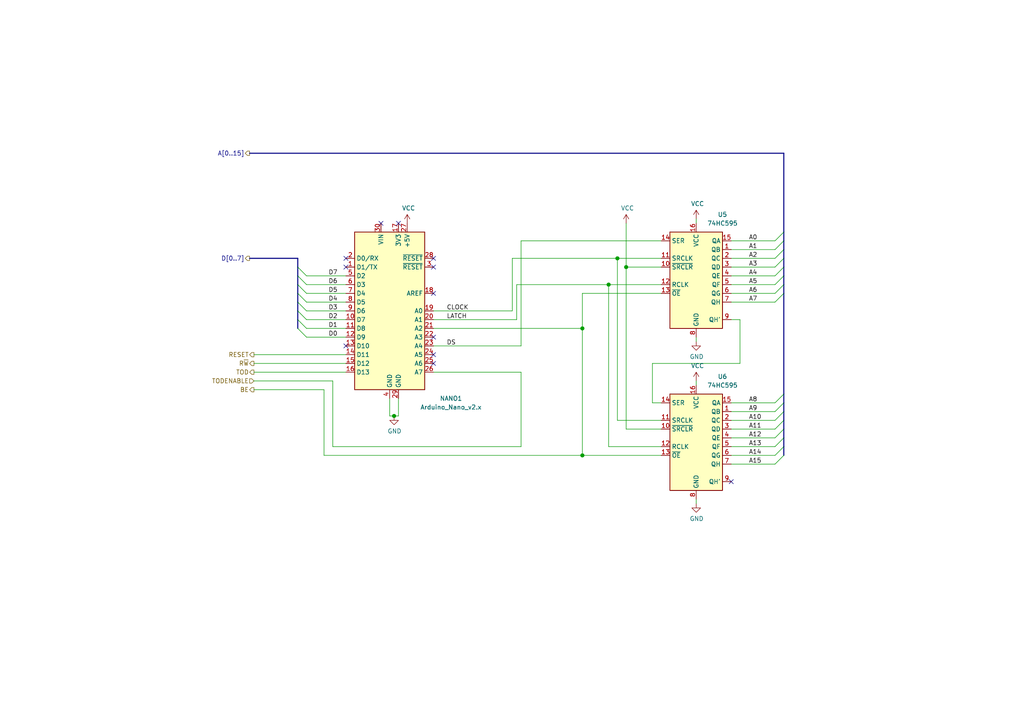
<source format=kicad_sch>
(kicad_sch (version 20211123) (generator eeschema)
  (paper "A4")
  (title_block (title "SBC6526 - RAM Bootstrap") (date "2021-10-01") (rev "2.0") (company "Daniel Molina García"))
  (lib_symbols
    (symbol "74xx:74HC595"
      (property "Reference" "U" (at -7.62 13.97 0))
      (property "Value" "74HC595" (at -7.62 -16.51 0))
      (symbol "74HC595_1_0"
        (pin tri_state line (at 10.16 7.62 180) (length 2.54) (name "QB") (number "1"))
        (pin input line (at -10.16 2.54 0) (length 2.54) (name "~{SRCLR}") (number "10"))
        (pin input line (at -10.16 5.08 0) (length 2.54) (name "SRCLK") (number "11"))
        (pin input line (at -10.16 -2.54 0) (length 2.54) (name "RCLK") (number "12"))
        (pin input line (at -10.16 -5.08 0) (length 2.54) (name "~{OE}") (number "13"))
        (pin input line (at -10.16 10.16 0) (length 2.54) (name "SER") (number "14"))
        (pin tri_state line (at 10.16 10.16 180) (length 2.54) (name "QA") (number "15"))
        (pin power_in line (at 0 15.24 270) (length 2.54) (name "VCC") (number "16"))
        (pin tri_state line (at 10.16 5.08 180) (length 2.54) (name "QC") (number "2"))
        (pin tri_state line (at 10.16 2.54 180) (length 2.54) (name "QD") (number "3"))
        (pin tri_state line (at 10.16 0 180) (length 2.54) (name "QE") (number "4"))
        (pin tri_state line (at 10.16 -2.54 180) (length 2.54) (name "QF") (number "5"))
        (pin tri_state line (at 10.16 -5.08 180) (length 2.54) (name "QG") (number "6"))
        (pin tri_state line (at 10.16 -7.62 180) (length 2.54) (name "QH") (number "7"))
        (pin power_in line (at 0 -17.78 90) (length 2.54) (name "GND") (number "8"))
        (pin output line (at 10.16 -12.7 180) (length 2.54) (name "QH'") (number "9"))
      )
      (symbol "74HC595_1_1"
        (rectangle (start -7.62 12.7) (end 7.62 -15.24) (stroke (width 0.254)) (fill (type background)))
      )
    )
    (symbol "MCU_Module:Arduino_Nano_v2.x"
      (property "Reference" "A" (at -10.16 23.495 0))
      (property "Value" "Arduino_Nano_v2.x" (at 5.08 -24.13 0))
      (symbol "Arduino_Nano_v2.x_0_1"
        (rectangle (start -10.16 22.86) (end 10.16 -22.86) (stroke (width 0.254)) (fill (type background)))
      )
      (symbol "Arduino_Nano_v2.x_1_1"
        (pin bidirectional line (at -12.7 12.7 0) (length 2.54) (name "D1/TX") (number "1"))
        (pin bidirectional line (at -12.7 -2.54 0) (length 2.54) (name "D7") (number "10"))
        (pin bidirectional line (at -12.7 -5.08 0) (length 2.54) (name "D8") (number "11"))
        (pin bidirectional line (at -12.7 -7.62 0) (length 2.54) (name "D9") (number "12"))
        (pin bidirectional line (at -12.7 -10.16 0) (length 2.54) (name "D10") (number "13"))
        (pin bidirectional line (at -12.7 -12.7 0) (length 2.54) (name "D11") (number "14"))
        (pin bidirectional line (at -12.7 -15.24 0) (length 2.54) (name "D12") (number "15"))
        (pin bidirectional line (at -12.7 -17.78 0) (length 2.54) (name "D13") (number "16"))
        (pin power_out line (at 2.54 25.4 270) (length 2.54) (name "3V3") (number "17"))
        (pin input line (at 12.7 5.08 180) (length 2.54) (name "AREF") (number "18"))
        (pin bidirectional line (at 12.7 0 180) (length 2.54) (name "A0") (number "19"))
        (pin bidirectional line (at -12.7 15.24 0) (length 2.54) (name "D0/RX") (number "2"))
        (pin bidirectional line (at 12.7 -2.54 180) (length 2.54) (name "A1") (number "20"))
        (pin bidirectional line (at 12.7 -5.08 180) (length 2.54) (name "A2") (number "21"))
        (pin bidirectional line (at 12.7 -7.62 180) (length 2.54) (name "A3") (number "22"))
        (pin bidirectional line (at 12.7 -10.16 180) (length 2.54) (name "A4") (number "23"))
        (pin bidirectional line (at 12.7 -12.7 180) (length 2.54) (name "A5") (number "24"))
        (pin bidirectional line (at 12.7 -15.24 180) (length 2.54) (name "A6") (number "25"))
        (pin bidirectional line (at 12.7 -17.78 180) (length 2.54) (name "A7") (number "26"))
        (pin power_out line (at 5.08 25.4 270) (length 2.54) (name "+5V") (number "27"))
        (pin input line (at 12.7 15.24 180) (length 2.54) (name "~{RESET}") (number "28"))
        (pin power_in line (at 2.54 -25.4 90) (length 2.54) (name "GND") (number "29"))
        (pin input line (at 12.7 12.7 180) (length 2.54) (name "~{RESET}") (number "3"))
        (pin power_in line (at -2.54 25.4 270) (length 2.54) (name "VIN") (number "30"))
        (pin power_in line (at 0 -25.4 90) (length 2.54) (name "GND") (number "4"))
        (pin bidirectional line (at -12.7 10.16 0) (length 2.54) (name "D2") (number "5"))
        (pin bidirectional line (at -12.7 7.62 0) (length 2.54) (name "D3") (number "6"))
        (pin bidirectional line (at -12.7 5.08 0) (length 2.54) (name "D4") (number "7"))
        (pin bidirectional line (at -12.7 2.54 0) (length 2.54) (name "D5") (number "8"))
        (pin bidirectional line (at -12.7 0 0) (length 2.54) (name "D6") (number "9"))
      )
    )
    (symbol "power:GND" (power) (pin_names (offset 0))
      (property "Value" "GND" (at 0 -3.81 0))
      (symbol "GND_0_1"
        (polyline (pts (xy 0 0) (xy 0 -1.27) (xy 1.27 -1.27) (xy 0 -2.54) (xy -1.27 -1.27) (xy 0 -1.27)))
      )
      (symbol "GND_1_1"
        (pin power_in line (at 0 0 270) (length 0) hide (name "GND") (number "1"))
      )
    )
    (symbol "power:VCC" (power) (pin_names (offset 0))
      (property "Value" "VCC" (at 0 3.81 0))
      (symbol "VCC_0_1"
        (polyline (pts (xy -0.762 1.27) (xy 0 2.54)))
        (polyline (pts (xy 0 0) (xy 0 2.54)))
        (polyline (pts (xy 0 2.54) (xy 0.762 1.27)))
      )
      (symbol "VCC_1_1"
        (pin power_in line (at 0 0 90) (length 0) hide (name "VCC") (number "1"))
      )
    )
  )
  (junction (at 168.91 95.25) (diameter 1.016))
  (junction (at 176.53 82.55) (diameter 1.016))
  (junction (at 114.3 120.65) (diameter 1.016))
  (junction (at 168.91 132.08) (diameter 1.016))
  (junction (at 181.61 77.47) (diameter 1.016))
  (junction (at 179.07 74.93) (diameter 1.016))
  (no_connect (at 212.09 139.7))
  (no_connect (at 125.73 74.93))
  (no_connect (at 125.73 77.47))
  (no_connect (at 125.73 85.09))
  (no_connect (at 125.73 102.87))
  (no_connect (at 100.33 100.33))
  (no_connect (at 115.57 64.77))
  (no_connect (at 125.73 97.79))
  (no_connect (at 125.73 105.41))
  (no_connect (at 100.33 74.93))
  (no_connect (at 110.49 64.77))
  (no_connect (at 100.33 77.47))
  (bus_entry (at 224.79 85.09) (size 2.54 -2.54) (stroke (width 0.1524)))
  (bus_entry (at 224.79 134.62) (size 2.54 -2.54) (stroke (width 0.1524)))
  (bus_entry (at 88.9 87.63) (size -2.54 -2.54) (stroke (width 0.1524)))
  (bus_entry (at 224.79 132.08) (size 2.54 -2.54) (stroke (width 0.1524)))
  (bus_entry (at 224.79 116.84) (size 2.54 -2.54) (stroke (width 0.1524)))
  (bus_entry (at 224.79 82.55) (size 2.54 -2.54) (stroke (width 0.1524)))
  (bus_entry (at 88.9 82.55) (size -2.54 -2.54) (stroke (width 0.1524)))
  (bus_entry (at 224.79 121.92) (size 2.54 -2.54) (stroke (width 0.1524)))
  (bus_entry (at 224.79 80.01) (size 2.54 -2.54) (stroke (width 0.1524)))
  (bus_entry (at 88.9 90.17) (size -2.54 -2.54) (stroke (width 0.1524)))
  (bus_entry (at 88.9 95.25) (size -2.54 -2.54) (stroke (width 0.1524)))
  (bus_entry (at 224.79 129.54) (size 2.54 -2.54) (stroke (width 0.1524)))
  (bus_entry (at 224.79 77.47) (size 2.54 -2.54) (stroke (width 0.1524)))
  (bus_entry (at 88.9 85.09) (size -2.54 -2.54) (stroke (width 0.1524)))
  (bus_entry (at 224.79 127) (size 2.54 -2.54) (stroke (width 0.1524)))
  (bus_entry (at 224.79 124.46) (size 2.54 -2.54) (stroke (width 0.1524)))
  (bus_entry (at 88.9 80.01) (size -2.54 -2.54) (stroke (width 0.1524)))
  (bus_entry (at 224.79 69.85) (size 2.54 -2.54) (stroke (width 0.1524)))
  (bus_entry (at 224.79 74.93) (size 2.54 -2.54) (stroke (width 0.1524)))
  (bus_entry (at 224.79 87.63) (size 2.54 -2.54) (stroke (width 0.1524)))
  (bus_entry (at 88.9 97.79) (size -2.54 -2.54) (stroke (width 0.1524)))
  (bus_entry (at 224.79 119.38) (size 2.54 -2.54) (stroke (width 0.1524)))
  (bus_entry (at 224.79 72.39) (size 2.54 -2.54) (stroke (width 0.1524)))
  (bus_entry (at 88.9 92.71) (size -2.54 -2.54) (stroke (width 0.1524)))
  (wire (pts (xy 148.59 74.93) (xy 179.07 74.93)))
  (wire (pts (xy 168.91 85.09) (xy 168.91 95.25)))
  (wire (pts (xy 212.09 124.46) (xy 224.79 124.46)))
  (bus (pts (xy 227.33 85.09) (xy 227.33 114.3)))
  (wire (pts (xy 201.93 97.79) (xy 201.93 99.06)))
  (wire (pts (xy 96.52 110.49) (xy 96.52 129.54)))
  (wire (pts (xy 212.09 85.09) (xy 224.79 85.09)))
  (wire (pts (xy 189.23 116.84) (xy 191.77 116.84)))
  (bus (pts (xy 227.33 124.46) (xy 227.33 127)))
  (bus (pts (xy 72.39 74.93) (xy 86.36 74.93)))
  (wire (pts (xy 151.13 129.54) (xy 151.13 107.95)))
  (wire (pts (xy 212.09 74.93) (xy 224.79 74.93)))
  (wire (pts (xy 113.03 115.57) (xy 113.03 120.65)))
  (wire (pts (xy 96.52 129.54) (xy 151.13 129.54)))
  (wire (pts (xy 73.66 110.49) (xy 96.52 110.49)))
  (bus (pts (xy 86.36 74.93) (xy 86.36 77.47)))
  (wire (pts (xy 148.59 90.17) (xy 148.59 74.93)))
  (wire (pts (xy 212.09 116.84) (xy 224.79 116.84)))
  (wire (pts (xy 181.61 64.77) (xy 181.61 77.47)))
  (wire (pts (xy 100.33 85.09) (xy 88.9 85.09)))
  (bus (pts (xy 72.39 44.45) (xy 227.33 44.45)))
  (wire (pts (xy 179.07 121.92) (xy 191.77 121.92)))
  (wire (pts (xy 212.09 87.63) (xy 224.79 87.63)))
  (wire (pts (xy 93.98 132.08) (xy 93.98 113.03)))
  (wire (pts (xy 201.93 64.77) (xy 201.93 63.5)))
  (bus (pts (xy 86.36 87.63) (xy 86.36 90.17)))
  (wire (pts (xy 100.33 107.95) (xy 73.66 107.95)))
  (wire (pts (xy 125.73 100.33) (xy 151.13 100.33)))
  (wire (pts (xy 125.73 90.17) (xy 148.59 90.17)))
  (wire (pts (xy 212.09 92.71) (xy 214.63 92.71)))
  (wire (pts (xy 149.86 92.71) (xy 149.86 82.55)))
  (bus (pts (xy 86.36 90.17) (xy 86.36 92.71)))
  (bus (pts (xy 227.33 82.55) (xy 227.33 85.09)))
  (wire (pts (xy 181.61 77.47) (xy 191.77 77.47)))
  (bus (pts (xy 227.33 114.3) (xy 227.33 116.84)))
  (wire (pts (xy 212.09 132.08) (xy 224.79 132.08)))
  (wire (pts (xy 212.09 119.38) (xy 224.79 119.38)))
  (bus (pts (xy 227.33 129.54) (xy 227.33 132.08)))
  (wire (pts (xy 151.13 100.33) (xy 151.13 69.85)))
  (bus (pts (xy 227.33 77.47) (xy 227.33 80.01)))
  (wire (pts (xy 212.09 69.85) (xy 224.79 69.85)))
  (wire (pts (xy 100.33 95.25) (xy 88.9 95.25)))
  (wire (pts (xy 181.61 124.46) (xy 191.77 124.46)))
  (wire (pts (xy 114.3 120.65) (xy 115.57 120.65)))
  (bus (pts (xy 227.33 121.92) (xy 227.33 124.46)))
  (wire (pts (xy 149.86 82.55) (xy 176.53 82.55)))
  (wire (pts (xy 179.07 74.93) (xy 179.07 121.92)))
  (wire (pts (xy 212.09 82.55) (xy 224.79 82.55)))
  (wire (pts (xy 100.33 105.41) (xy 73.66 105.41)))
  (wire (pts (xy 212.09 77.47) (xy 224.79 77.47)))
  (bus (pts (xy 86.36 77.47) (xy 86.36 80.01)))
  (wire (pts (xy 176.53 129.54) (xy 191.77 129.54)))
  (wire (pts (xy 212.09 127) (xy 224.79 127)))
  (bus (pts (xy 227.33 67.31) (xy 227.33 69.85)))
  (wire (pts (xy 201.93 144.78) (xy 201.93 146.05)))
  (wire (pts (xy 125.73 95.25) (xy 168.91 95.25)))
  (wire (pts (xy 176.53 82.55) (xy 176.53 129.54)))
  (bus (pts (xy 227.33 69.85) (xy 227.33 72.39)))
  (wire (pts (xy 176.53 82.55) (xy 191.77 82.55)))
  (bus (pts (xy 227.33 72.39) (xy 227.33 74.93)))
  (wire (pts (xy 181.61 77.47) (xy 181.61 124.46)))
  (wire (pts (xy 100.33 82.55) (xy 88.9 82.55)))
  (bus (pts (xy 86.36 92.71) (xy 86.36 95.25)))
  (wire (pts (xy 151.13 69.85) (xy 191.77 69.85)))
  (bus (pts (xy 227.33 127) (xy 227.33 129.54)))
  (wire (pts (xy 100.33 97.79) (xy 88.9 97.79)))
  (wire (pts (xy 168.91 132.08) (xy 191.77 132.08)))
  (wire (pts (xy 201.93 111.76) (xy 201.93 110.49)))
  (wire (pts (xy 179.07 74.93) (xy 191.77 74.93)))
  (wire (pts (xy 212.09 129.54) (xy 224.79 129.54)))
  (bus (pts (xy 86.36 85.09) (xy 86.36 87.63)))
  (wire (pts (xy 100.33 87.63) (xy 88.9 87.63)))
  (bus (pts (xy 227.33 44.45) (xy 227.33 67.31)))
  (wire (pts (xy 212.09 121.92) (xy 224.79 121.92)))
  (wire (pts (xy 93.98 113.03) (xy 73.66 113.03)))
  (bus (pts (xy 86.36 80.01) (xy 86.36 82.55)))
  (wire (pts (xy 189.23 105.41) (xy 189.23 116.84)))
  (wire (pts (xy 212.09 80.01) (xy 224.79 80.01)))
  (wire (pts (xy 115.57 120.65) (xy 115.57 115.57)))
  (wire (pts (xy 168.91 95.25) (xy 168.91 132.08)))
  (wire (pts (xy 100.33 90.17) (xy 88.9 90.17)))
  (wire (pts (xy 212.09 72.39) (xy 224.79 72.39)))
  (bus (pts (xy 227.33 116.84) (xy 227.33 119.38)))
  (wire (pts (xy 212.09 134.62) (xy 224.79 134.62)))
  (bus (pts (xy 227.33 119.38) (xy 227.33 121.92)))
  (wire (pts (xy 125.73 107.95) (xy 151.13 107.95)))
  (wire (pts (xy 125.73 92.71) (xy 149.86 92.71)))
  (bus (pts (xy 227.33 74.93) (xy 227.33 77.47)))
  (wire (pts (xy 214.63 92.71) (xy 214.63 105.41)))
  (wire (pts (xy 113.03 120.65) (xy 114.3 120.65)))
  (bus (pts (xy 227.33 80.01) (xy 227.33 82.55)))
  (wire (pts (xy 100.33 102.87) (xy 73.66 102.87)))
  (wire (pts (xy 168.91 85.09) (xy 191.77 85.09)))
  (wire (pts (xy 100.33 92.71) (xy 88.9 92.71)))
  (wire (pts (xy 168.91 132.08) (xy 93.98 132.08)))
  (bus (pts (xy 86.36 82.55) (xy 86.36 85.09)))
  (wire (pts (xy 214.63 105.41) (xy 189.23 105.41)))
  (wire (pts (xy 100.33 80.01) (xy 88.9 80.01)))
  (label "A2" (at 217.17 74.93 0))
  (label "A8" (at 217.17 116.84 0))
  (label "A5" (at 217.17 82.55 0))
  (label "D2" (at 95.25 92.71 0))
  (label "DS" (at 129.54 100.33 0))
  (label "CLOCK" (at 129.54 90.17 0))
  (label "LATCH" (at 129.54 92.71 0))
  (label "A12" (at 217.17 127 0))
  (label "A6" (at 217.17 85.09 0))
  (label "D5" (at 95.25 85.09 0))
  (label "A15" (at 217.17 134.62 0))
  (label "A1" (at 217.17 72.39 0))
  (label "A7" (at 217.17 87.63 0))
  (label "D7" (at 95.25 80.01 0))
  (label "D3" (at 95.25 90.17 0))
  (label "A13" (at 217.17 129.54 0))
  (label "A11" (at 217.17 124.46 0))
  (label "A9" (at 217.17 119.38 0))
  (label "A4" (at 217.17 80.01 0))
  (label "A10" (at 217.17 121.92 0))
  (label "D6" (at 95.25 82.55 0))
  (label "A0" (at 217.17 69.85 0))
  (label "D4" (at 95.25 87.63 0))
  (label "A3" (at 217.17 77.47 0))
  (label "D0" (at 95.25 97.79 0))
  (label "D1" (at 95.25 95.25 0))
  (label "A14" (at 217.17 132.08 0))
  (hierarchical_label "A[0..15]" (shape output) (at 72.39 44.45 180))
  (hierarchical_label "D[0..7]" (shape output) (at 72.39 74.93 180))
  (hierarchical_label "TODENABLE" (shape input) (at 73.66 110.49 180))
  (hierarchical_label "TOD" (shape output) (at 73.66 107.95 180))
  (hierarchical_label "BE" (shape output) (at 73.66 113.03 180))
  (hierarchical_label "R~{W}" (shape output) (at 73.66 105.41 180))
  (hierarchical_label "RESET" (shape output) (at 73.66 102.87 180))
  (symbol (lib_id "MCU_Module:Arduino_Nano_v2.x") (at 113.03 90.17 0) (unit 1)
    (property "Reference" "NANO1" (at 130.81 115.57 0))
    (property "Value" "Arduino_Nano_v2.x" (at 130.81 118.11 0))
    (property "Footprint" "Module:Arduino_Nano" (effects hide))
    (property "Datasheet" "https://www.arduino.cc/en/uploads/Main/ArduinoNanoManual23.pdf" (effects hide))
  )
  (symbol (lib_id "power:VCC") (at 201.93 63.5 0) (unit 1)
    (property "Reference" "#PWR0132" (effects hide))
    (property "Value" "VCC" (at 202.311 59.1058 0))
  )
  (symbol (lib_id "power:GND") (at 201.93 99.06 0) (unit 1)
    (property "Reference" "#PWR0133" (effects hide))
    (property "Value" "GND" (at 202.057 103.4542 0))
  )
  (symbol (lib_id "power:VCC") (at 201.93 110.49 0) (unit 1)
    (property "Reference" "#PWR0135" (effects hide))
    (property "Value" "VCC" (at 202.311 106.0958 0))
  )
  (symbol (lib_id "power:GND") (at 201.93 146.05 0) (unit 1)
    (property "Reference" "#PWR0136" (effects hide))
    (property "Value" "GND" (at 202.057 150.4442 0))
  )
  (symbol (lib_id "power:VCC") (at 118.11 64.77 0) (unit 1)
    (property "Reference" "#PWR0131" (effects hide))
    (property "Value" "VCC" (at 118.491 60.3758 0))
  )
  (symbol (lib_id "74xx:74HC595") (at 201.93 80.01 0) (unit 1)
    (property "Reference" "U5" (at 209.55 62.23 0))
    (property "Value" "74HC595" (at 209.55 64.77 0))
    (property "Footprint" "Package_SO:SOIC-16_3.9x9.9mm_P1.27mm" (effects hide))
    (property "Datasheet" "http://www.ti.com/lit/ds/symlink/sn74hc595.pdf" (effects hide))
  )
  (symbol (lib_id "74xx:74HC595") (at 201.93 127 0) (unit 1)
    (property "Reference" "U6" (at 209.55 109.22 0))
    (property "Value" "74HC595" (at 209.55 111.76 0))
    (property "Footprint" "Package_SO:SOIC-16_3.9x9.9mm_P1.27mm" (effects hide))
    (property "Datasheet" "http://www.ti.com/lit/ds/symlink/sn74hc595.pdf" (effects hide))
  )
  (symbol (lib_id "power:VCC") (at 181.61 64.77 0) (unit 1)
    (property "Reference" "#PWR0134" (effects hide))
    (property "Value" "VCC" (at 181.991 60.3758 0))
  )
  (symbol (lib_id "power:GND") (at 114.3 120.65 0) (unit 1)
    (property "Reference" "#PWR0130" (effects hide))
    (property "Value" "GND" (at 114.427 125.0442 0))
  )
)
</source>
